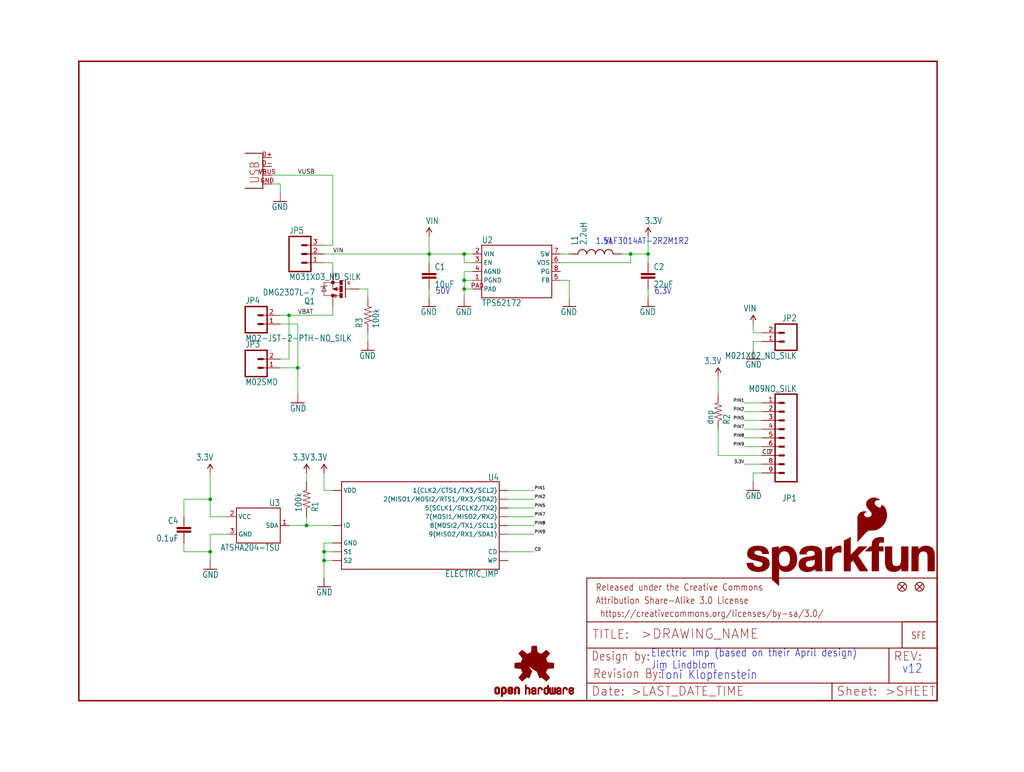
<source format=kicad_sch>
(kicad_sch (version 20211123) (generator eeschema)
  (paper "User" 297.002 223.926)
  (lib_symbols
    (symbol "eagleSchem-eagle-import:0.1UF-25V(+80{slash}-20%)(0603)"
      (property "Reference" "C" (at 1.524 2.921 0))
      (property "Value" "0.1UF-25V(+80{slash}-20%)(0603)" (at 1.524 -2.159 0))
      (symbol "0.1UF-25V(+80{slash}-20%)(0603)_1_0"
        (pin passive line (at 0 5.08 270) (length 2.54) (name "1") (number "1"))
        (pin passive line (at 0 -2.54 90) (length 2.54) (name "2") (number "2"))
      )
    )
    (symbol "eagleSchem-eagle-import:100KOHM1{slash}10W1%(0603)"
      (property "Reference" "R" (at -3.81 1.4986 0))
      (property "Value" "100KOHM1{slash}10W1%(0603)" (at -3.81 -3.302 0))
      (symbol "100KOHM1{slash}10W1%(0603)_1_0"
        (pin passive line (at -5.08 0 0) (length 2.54) (name "1") (number "1"))
        (pin passive line (at 5.08 0 180) (length 2.54) (name "2") (number "2"))
      )
    )
    (symbol "eagleSchem-eagle-import:10UF50V20%(1210)"
      (property "Reference" "C" (at 1.524 2.921 0))
      (property "Value" "10UF50V20%(1210)" (at 1.524 -2.159 0))
      (symbol "10UF50V20%(1210)_1_0"
        (pin passive line (at 0 5.08 270) (length 2.54) (name "1") (number "1"))
        (pin passive line (at 0 -2.54 90) (length 2.54) (name "2") (number "2"))
      )
    )
    (symbol "eagleSchem-eagle-import:22UF-6.3V-20%(0805)"
      (property "Reference" "C" (at 1.524 2.921 0))
      (property "Value" "22UF-6.3V-20%(0805)" (at 1.524 -2.159 0))
      (symbol "22UF-6.3V-20%(0805)_1_0"
        (pin passive line (at 0 5.08 270) (length 2.54) (name "1") (number "1"))
        (pin passive line (at 0 -2.54 90) (length 2.54) (name "2") (number "2"))
      )
    )
    (symbol "eagleSchem-eagle-import:3.3V" (power)
      (property "Value" "3.3V" (at -1.016 3.556 0))
      (symbol "3.3V_1_0"
        (pin power_in line (at 0 0 90) (length 2.54) (name "3.3V") (number "1"))
      )
    )
    (symbol "eagleSchem-eagle-import:ATSHA204-TSU"
      (property "Reference" "U" (at -7.62 5.588 0))
      (property "Value" "ATSHA204-TSU" (at -7.62 -7.366 0))
      (symbol "ATSHA204-TSU_1_0"
        (pin bidirectional line (at -10.16 0 0) (length 2.54) (name "SDA") (number "1"))
        (pin bidirectional line (at 7.62 2.54 180) (length 2.54) (name "VCC") (number "2"))
        (pin bidirectional line (at 7.62 -2.54 180) (length 2.54) (name "GND") (number "3"))
      )
    )
    (symbol "eagleSchem-eagle-import:ELECTRIC_IMP"
      (property "Reference" "U" (at -22.86 12.954 0))
      (property "Value" "ELECTRIC_IMP" (at -22.86 -14.986 0))
      (symbol "ELECTRIC_IMP_1_0"
        (pin bidirectional line (at -25.4 10.16 0) (length 2.54) (name "1(CLK2/CTS1/TX3/SCL2)") (number "1"))
        (pin bidirectional line (at -25.4 7.62 0) (length 2.54) (name "2(MISO1/MOSI2/RTS1/RX3/SDA2)") (number "2"))
        (pin bidirectional line (at 25.4 -5.08 180) (length 2.54) (name "GND") (number "3"))
        (pin bidirectional line (at 25.4 10.16 180) (length 2.54) (name "VDD") (number "4"))
        (pin bidirectional line (at -25.4 5.08 0) (length 2.54) (name "5(SCLK1/SCLK2/TX2)") (number "5"))
        (pin bidirectional line (at 25.4 0 180) (length 2.54) (name "ID") (number "6"))
        (pin bidirectional line (at -25.4 2.54 0) (length 2.54) (name "7(MOSI1/MISO2/RX2)") (number "7"))
        (pin bidirectional line (at -25.4 0 0) (length 2.54) (name "8(MOSI2/TX1/SCL1)") (number "8"))
        (pin bidirectional line (at -25.4 -2.54 0) (length 2.54) (name "9(MISO2/RX1/SDA1)") (number "9"))
        (pin bidirectional line (at -25.4 -7.62 0) (length 2.54) (name "CD") (number "CD"))
        (pin bidirectional line (at 25.4 -7.62 180) (length 2.54) (name "S1") (number "SH@1"))
        (pin bidirectional line (at 25.4 -10.16 180) (length 2.54) (name "S2") (number "SH@2"))
        (pin bidirectional line (at -25.4 -10.16 0) (length 2.54) (name "WP") (number "WP"))
      )
    )
    (symbol "eagleSchem-eagle-import:FIDUCIAL1X2")
    (symbol "eagleSchem-eagle-import:FRAME-LETTER"
      (symbol "FRAME-LETTER_2_0"
        (text " https://creativecommons.org/licenses/by-sa/3.0/" (at 2.54 24.13 0) (effects (font (size 1.9304 1.6408)) (justify left bottom)))
        (text ">DRAWING_NAME" (at 15.494 17.78 0) (effects (font (size 2.7432 2.7432)) (justify left bottom)))
        (text ">LAST_DATE_TIME" (at 12.7 1.27 0) (effects (font (size 2.54 2.54)) (justify left bottom)))
        (text ">SHEET" (at 86.36 1.27 0) (effects (font (size 2.54 2.54)) (justify left bottom)))
        (text "Attribution Share-Alike 3.0 License" (at 2.54 27.94 0) (effects (font (size 1.9304 1.6408)) (justify left bottom)))
        (text "Date:" (at 1.27 1.27 0) (effects (font (size 2.54 2.54)) (justify left bottom)))
        (text "Design by:" (at 1.27 11.43 0) (effects (font (size 2.54 2.159)) (justify left bottom)))
        (text "Released under the Creative Commons" (at 2.54 31.75 0) (effects (font (size 1.9304 1.6408)) (justify left bottom)))
        (text "REV:" (at 88.9 11.43 0) (effects (font (size 2.54 2.54)) (justify left bottom)))
        (text "Sheet:" (at 72.39 1.27 0) (effects (font (size 2.54 2.54)) (justify left bottom)))
        (text "TITLE:" (at 1.524 17.78 0) (effects (font (size 2.54 2.54)) (justify left bottom)))
      )
    )
    (symbol "eagleSchem-eagle-import:GND" (power)
      (property "Value" "GND" (at -2.54 -2.54 0))
      (symbol "GND_1_0"
        (pin power_in line (at 0 2.54 270) (length 2.54) (name "GND") (number "1"))
      )
    )
    (symbol "eagleSchem-eagle-import:INDUCTORVLF4012A"
      (property "Reference" "L" (at 2.54 5.08 0))
      (property "Value" "INDUCTORVLF4012A" (at 2.54 -5.08 0))
      (symbol "INDUCTORVLF4012A_1_0"
        (pin passive line (at 0 7.62 270) (length 2.54) (name "1") (number "P$1"))
        (pin passive line (at 0 -7.62 90) (length 2.54) (name "2") (number "P$2"))
      )
    )
    (symbol "eagleSchem-eagle-import:LOGO-SFESK"
      (symbol "LOGO-SFESK_1_0"
        (text "SFE" (at 0 0 0) (effects (font (size 1.9304 1.6408)) (justify left bottom)))
      )
    )
    (symbol "eagleSchem-eagle-import:M02-JST-2-PTH-NO_SILK"
      (property "Reference" "JP" (at -2.54 5.842 0))
      (property "Value" "M02-JST-2-PTH-NO_SILK" (at -2.54 -5.08 0))
      (symbol "M02-JST-2-PTH-NO_SILK_1_0"
        (pin passive line (at 7.62 0 180) (length 5.08) (name "1") (number "1"))
        (pin passive line (at 7.62 2.54 180) (length 5.08) (name "2") (number "2"))
      )
    )
    (symbol "eagleSchem-eagle-import:M021X02_NO_SILK"
      (property "Reference" "JP" (at -2.54 5.842 0))
      (property "Value" "M021X02_NO_SILK" (at -2.54 -5.08 0))
      (symbol "M021X02_NO_SILK_1_0"
        (pin passive line (at 7.62 0 180) (length 5.08) (name "1") (number "1"))
        (pin passive line (at 7.62 2.54 180) (length 5.08) (name "2") (number "2"))
      )
    )
    (symbol "eagleSchem-eagle-import:M02SMD"
      (property "Reference" "JP" (at -2.54 5.842 0))
      (property "Value" "M02SMD" (at -2.54 -5.08 0))
      (symbol "M02SMD_1_0"
        (pin passive line (at 7.62 0 180) (length 5.08) (name "1") (number "1"))
        (pin passive line (at 7.62 2.54 180) (length 5.08) (name "2") (number "2"))
      )
    )
    (symbol "eagleSchem-eagle-import:M031X03_NO_SILK"
      (property "Reference" "JP" (at -2.54 5.842 0))
      (property "Value" "M031X03_NO_SILK" (at -2.54 -7.62 0))
      (symbol "M031X03_NO_SILK_1_0"
        (pin passive line (at 7.62 -2.54 180) (length 5.08) (name "1") (number "1"))
        (pin passive line (at 7.62 0 180) (length 5.08) (name "2") (number "2"))
        (pin passive line (at 7.62 2.54 180) (length 5.08) (name "3") (number "3"))
      )
    )
    (symbol "eagleSchem-eagle-import:M09NO_SILK"
      (property "Reference" "JP" (at 0 16.51 0))
      (property "Value" "M09NO_SILK" (at 0 -15.24 0))
      (symbol "M09NO_SILK_1_0"
        (pin passive line (at 10.16 -10.16 180) (length 5.08) (name "1") (number "1"))
        (pin passive line (at 10.16 -7.62 180) (length 5.08) (name "2") (number "2"))
        (pin passive line (at 10.16 -5.08 180) (length 5.08) (name "3") (number "3"))
        (pin passive line (at 10.16 -2.54 180) (length 5.08) (name "4") (number "4"))
        (pin passive line (at 10.16 0 180) (length 5.08) (name "5") (number "5"))
        (pin passive line (at 10.16 2.54 180) (length 5.08) (name "6") (number "6"))
        (pin passive line (at 10.16 5.08 180) (length 5.08) (name "7") (number "7"))
        (pin passive line (at 10.16 7.62 180) (length 5.08) (name "8") (number "8"))
        (pin passive line (at 10.16 10.16 180) (length 5.08) (name "9") (number "9"))
      )
    )
    (symbol "eagleSchem-eagle-import:MOSFET-PCHANNELSMD"
      (property "Reference" "Q" (at 5.08 2.54 0))
      (property "Value" "MOSFET-PCHANNELSMD" (at 5.08 0 0))
      (symbol "MOSFET-PCHANNELSMD_1_0"
        (text "D" (at -1.27 2.54 0) (effects (font (size 0.8128 0.6908)) (justify left bottom)))
        (text "G" (at -5.08 -1.27 0) (effects (font (size 0.8128 0.6908)) (justify left bottom)))
        (text "S" (at -1.27 -3.556 0) (effects (font (size 0.8128 0.6908)) (justify left bottom)))
        (pin passive line (at -7.62 0 0) (length 2.54) (name "G") (number "1"))
        (pin passive line (at 0 -5.08 90) (length 2.54) (name "S") (number "2"))
        (pin passive line (at 0 5.08 270) (length 2.54) (name "D") (number "3"))
      )
    )
    (symbol "eagleSchem-eagle-import:OSHW-LOGOS")
    (symbol "eagleSchem-eagle-import:RESISTOR0603"
      (property "Reference" "R" (at -3.81 1.4986 0))
      (property "Value" "RESISTOR0603" (at -3.81 -3.302 0))
      (symbol "RESISTOR0603_1_0"
        (pin passive line (at -5.08 0 0) (length 2.54) (name "1") (number "1"))
        (pin passive line (at 5.08 0 180) (length 2.54) (name "2") (number "2"))
      )
    )
    (symbol "eagleSchem-eagle-import:REVISION"
      (symbol "REVISION_1_0"
        (text "Revision By: " (at 0 0 0) (effects (font (size 2.54 2.159)) (justify left bottom)))
      )
    )
    (symbol "eagleSchem-eagle-import:SFE_LOGO_NAME_FLAME.1_INCH")
    (symbol "eagleSchem-eagle-import:TPS62172"
      (property "Reference" "U" (at -10.16 8.128 0))
      (property "Value" "TPS62172" (at -10.16 -8.128 0))
      (symbol "TPS62172_1_0"
        (pin bidirectional line (at -12.7 -2.54 0) (length 2.54) (name "PGND") (number "1"))
        (pin bidirectional line (at -12.7 5.08 0) (length 2.54) (name "VIN") (number "2"))
        (pin bidirectional line (at -12.7 2.54 0) (length 2.54) (name "EN") (number "3"))
        (pin bidirectional line (at -12.7 0 0) (length 2.54) (name "AGND") (number "4"))
        (pin bidirectional line (at 12.7 -2.54 180) (length 2.54) (name "FB") (number "5"))
        (pin bidirectional line (at 12.7 2.54 180) (length 2.54) (name "VOS") (number "6"))
        (pin bidirectional line (at 12.7 5.08 180) (length 2.54) (name "SW") (number "7"))
        (pin bidirectional line (at 12.7 0 180) (length 2.54) (name "PG") (number "8"))
        (pin bidirectional line (at -12.7 -5.08 0) (length 2.54) (name "PAD") (number "PAD"))
      )
    )
    (symbol "eagleSchem-eagle-import:USBSMD"
      (symbol "USBSMD_1_0"
        (text "USB" (at 3.81 0 900) (effects (font (size 2.54 2.159)) (justify left bottom)))
        (pin bidirectional line (at -2.54 7.62 0) (length 2.54) (name "D+") (number "D+"))
        (pin bidirectional line (at -2.54 5.08 0) (length 2.54) (name "D-") (number "D-"))
        (pin bidirectional line (at -2.54 0 0) (length 2.54) (name "GND") (number "GND"))
        (pin bidirectional line (at -2.54 2.54 0) (length 2.54) (name "VBUS") (number "VBUS"))
      )
    )
    (symbol "eagleSchem-eagle-import:VIN" (power)
      (property "Value" "VIN" (at -1.016 3.556 0))
      (symbol "VIN_1_0"
        (pin power_in line (at 0 0 90) (length 2.54) (name "VIN") (number "1"))
      )
    )
  )
  (junction (at 83.82 91.44))
  (junction (at 182.88 73.66))
  (junction (at 187.96 73.66))
  (junction (at 134.62 81.28))
  (junction (at 88.9 152.4))
  (junction (at 134.62 73.66))
  (junction (at 93.98 160.02))
  (junction (at 60.96 144.78))
  (junction (at 60.96 160.02))
  (junction (at 134.62 83.82))
  (junction (at 124.46 73.66))
  (junction (at 93.98 162.56))
  (junction (at 86.36 106.68))
  (wire (pts (xy 147.32 160.02) (xy 154.94 160.02)))
  (wire (pts (xy 182.88 73.66) (xy 180.34 73.66)))
  (wire (pts (xy 96.52 160.02) (xy 93.98 160.02)))
  (wire (pts (xy 137.16 83.82) (xy 134.62 83.82)))
  (wire (pts (xy 137.16 78.74) (xy 134.62 78.74)))
  (wire (pts (xy 147.32 154.94) (xy 154.94 154.94)))
  (wire (pts (xy 96.52 91.44) (xy 96.52 88.9)))
  (wire (pts (xy 93.98 73.66) (xy 124.46 73.66)))
  (wire (pts (xy 124.46 86.36) (xy 124.46 83.82)))
  (wire (pts (xy 78.74 50.8) (xy 96.52 50.8)))
  (wire (pts (xy 53.34 160.02) (xy 60.96 160.02)))
  (wire (pts (xy 147.32 149.86) (xy 154.94 149.86)))
  (wire (pts (xy 137.16 73.66) (xy 134.62 73.66)))
  (wire (pts (xy 60.96 154.94) (xy 60.96 160.02)))
  (wire (pts (xy 220.98 96.52) (xy 218.44 96.52)))
  (wire (pts (xy 96.52 157.48) (xy 93.98 157.48)))
  (wire (pts (xy 96.52 78.74) (xy 96.52 76.2)))
  (wire (pts (xy 60.96 149.86) (xy 60.96 144.78)))
  (wire (pts (xy 134.62 78.74) (xy 134.62 81.28)))
  (wire (pts (xy 162.56 76.2) (xy 182.88 76.2)))
  (wire (pts (xy 187.96 86.36) (xy 187.96 83.82)))
  (wire (pts (xy 220.98 132.08) (xy 208.28 132.08)))
  (wire (pts (xy 187.96 76.2) (xy 187.96 73.66)))
  (wire (pts (xy 124.46 73.66) (xy 124.46 68.58)))
  (wire (pts (xy 137.16 76.2) (xy 134.62 76.2)))
  (wire (pts (xy 137.16 81.28) (xy 134.62 81.28)))
  (wire (pts (xy 93.98 157.48) (xy 93.98 160.02)))
  (wire (pts (xy 220.98 99.06) (xy 218.44 99.06)))
  (wire (pts (xy 187.96 73.66) (xy 187.96 68.58)))
  (wire (pts (xy 220.98 127) (xy 215.9 127)))
  (wire (pts (xy 83.82 104.14) (xy 83.82 91.44)))
  (wire (pts (xy 218.44 96.52) (xy 218.44 93.98)))
  (wire (pts (xy 88.9 137.16) (xy 88.9 139.7)))
  (wire (pts (xy 220.98 119.38) (xy 215.9 119.38)))
  (wire (pts (xy 220.98 137.16) (xy 218.44 137.16)))
  (wire (pts (xy 134.62 81.28) (xy 134.62 83.82)))
  (wire (pts (xy 81.28 53.34) (xy 81.28 55.88)))
  (wire (pts (xy 60.96 160.02) (xy 60.96 162.56)))
  (wire (pts (xy 182.88 73.66) (xy 187.96 73.66)))
  (wire (pts (xy 78.74 53.34) (xy 81.28 53.34)))
  (wire (pts (xy 218.44 99.06) (xy 218.44 101.6)))
  (wire (pts (xy 88.9 152.4) (xy 88.9 149.86)))
  (wire (pts (xy 96.52 50.8) (xy 96.52 71.12)))
  (wire (pts (xy 93.98 160.02) (xy 93.98 162.56)))
  (wire (pts (xy 96.52 162.56) (xy 93.98 162.56)))
  (wire (pts (xy 220.98 121.92) (xy 215.9 121.92)))
  (wire (pts (xy 53.34 144.78) (xy 60.96 144.78)))
  (wire (pts (xy 106.68 86.36) (xy 106.68 83.82)))
  (wire (pts (xy 182.88 76.2) (xy 182.88 73.66)))
  (wire (pts (xy 81.28 106.68) (xy 86.36 106.68)))
  (wire (pts (xy 134.62 73.66) (xy 124.46 73.66)))
  (wire (pts (xy 53.34 157.48) (xy 53.34 160.02)))
  (wire (pts (xy 81.28 91.44) (xy 83.82 91.44)))
  (wire (pts (xy 220.98 124.46) (xy 215.9 124.46)))
  (wire (pts (xy 134.62 76.2) (xy 134.62 73.66)))
  (wire (pts (xy 106.68 99.06) (xy 106.68 96.52)))
  (wire (pts (xy 134.62 83.82) (xy 134.62 86.36)))
  (wire (pts (xy 86.36 106.68) (xy 86.36 114.3)))
  (wire (pts (xy 220.98 134.62) (xy 215.9 134.62)))
  (wire (pts (xy 165.1 81.28) (xy 165.1 86.36)))
  (wire (pts (xy 147.32 144.78) (xy 154.94 144.78)))
  (wire (pts (xy 218.44 139.7) (xy 218.44 137.16)))
  (wire (pts (xy 96.52 76.2) (xy 93.98 76.2)))
  (wire (pts (xy 53.34 149.86) (xy 53.34 144.78)))
  (wire (pts (xy 165.1 81.28) (xy 162.56 81.28)))
  (wire (pts (xy 220.98 129.54) (xy 215.9 129.54)))
  (wire (pts (xy 208.28 109.22) (xy 208.28 114.3)))
  (wire (pts (xy 208.28 132.08) (xy 208.28 124.46)))
  (wire (pts (xy 96.52 71.12) (xy 93.98 71.12)))
  (wire (pts (xy 93.98 162.56) (xy 93.98 167.64)))
  (wire (pts (xy 162.56 73.66) (xy 165.1 73.66)))
  (wire (pts (xy 124.46 76.2) (xy 124.46 73.66)))
  (wire (pts (xy 60.96 144.78) (xy 60.96 137.16)))
  (wire (pts (xy 96.52 142.24) (xy 93.98 142.24)))
  (wire (pts (xy 93.98 142.24) (xy 93.98 137.16)))
  (wire (pts (xy 81.28 93.98) (xy 86.36 93.98)))
  (wire (pts (xy 147.32 142.24) (xy 154.94 142.24)))
  (wire (pts (xy 106.68 83.82) (xy 104.14 83.82)))
  (wire (pts (xy 81.28 104.14) (xy 83.82 104.14)))
  (wire (pts (xy 220.98 116.84) (xy 215.9 116.84)))
  (wire (pts (xy 86.36 93.98) (xy 86.36 106.68)))
  (wire (pts (xy 83.82 91.44) (xy 96.52 91.44)))
  (wire (pts (xy 66.04 149.86) (xy 60.96 149.86)))
  (wire (pts (xy 147.32 152.4) (xy 154.94 152.4)))
  (wire (pts (xy 147.32 147.32) (xy 154.94 147.32)))
  (wire (pts (xy 88.9 152.4) (xy 83.82 152.4)))
  (wire (pts (xy 66.04 154.94) (xy 60.96 154.94)))
  (wire (pts (xy 96.52 152.4) (xy 88.9 152.4)))
  (text "v12" (at 261.62 195.58 180) (effects (font (size 2.54 2.159)) (justify left bottom)))
  (text "6.3V" (at 189.738 85.598 180) (effects (font (size 1.778 1.5113)) (justify left bottom)))
  (text "Toni Klopfenstein" (at 191.262 197.358 180) (effects (font (size 2.54 2.159)) (justify left bottom)))
  (text "VLF3014AT-2R2M1R2" (at 175.26 71.12 180) (effects (font (size 1.778 1.5113)) (justify left bottom)))
  (text "50V" (at 126.238 85.598 180) (effects (font (size 1.778 1.5113)) (justify left bottom)))
  (text "1.5A" (at 172.72 71.12 180) (effects (font (size 1.778 1.5113)) (justify left bottom)))
  (text "Electric Imp (based on their April design)\nJim Lindblom" (at 188.722 194.31 0) (effects (font (size 2.1844 1.8567)) (justify left bottom)))
  (label "VUSB" (at 86.36 50.8 0) (effects (font (size 1.2446 1.2446))))
  (label "PIN5" (at 215.9 121.92 180) (effects (font (size 0.889 0.889))))
  (label "PIN7" (at 154.94 149.86 0) (effects (font (size 0.889 0.889))))
  (label "CD" (at 220.98 132.08 0) (effects (font (size 1.2446 1.2446))))
  (label "CD" (at 154.94 160.02 0) (effects (font (size 0.889 0.889))))
  (label "VIN" (at 96.52 73.66 0) (effects (font (size 1.2446 1.2446))))
  (label "PIN8" (at 154.94 152.4 0) (effects (font (size 0.889 0.889))))
  (label "PIN5" (at 154.94 147.32 0) (effects (font (size 0.889 0.889))))
  (label "PIN7" (at 215.9 124.46 180) (effects (font (size 0.889 0.889))))
  (label "PIN2" (at 215.9 119.38 180) (effects (font (size 0.889 0.889))))
  (label "PIN9" (at 215.9 129.54 180) (effects (font (size 0.889 0.889))))
  (label "PIN8" (at 215.9 127 180) (effects (font (size 0.889 0.889))))
  (label "3.3V" (at 215.9 134.62 180) (effects (font (size 0.889 0.889))))
  (label "VBAT" (at 86.36 91.44 0) (effects (font (size 1.2446 1.2446))))
  (label "PIN2" (at 154.94 144.78 0) (effects (font (size 0.889 0.889))))
  (label "PIN9" (at 154.94 154.94 0) (effects (font (size 0.889 0.889))))
  (label "PIN1" (at 215.9 116.84 180) (effects (font (size 0.889 0.889))))
  (label "PIN1" (at 154.94 142.24 0) (effects (font (size 0.889 0.889))))
  (symbol (lib_id "eagleSchem-eagle-import:GND") (at 60.96 165.1 0) (mirror y) (unit 1)
    (property "Reference" "#GND6" (effects hide))
    (property "Value" "GND" (at 63.5 167.64 0) (effects (font (size 1.778 1.5113)) (justify left bottom)))
    (property "Footprint" "eagleSchem:" (effects hide))
  )
  (symbol (lib_id "eagleSchem-eagle-import:OSHW-LOGOS") (at 154.94 193.04 0) (unit 1)
    (property "Reference" "U$5" (effects hide))
    (property "Value" "OSHW-LOGOS" (effects hide))
    (property "Footprint" "eagleSchem:OSHW-LOGO-S" (effects hide))
  )
  (symbol (lib_id "eagleSchem-eagle-import:GND") (at 218.44 104.14 0) (mirror y) (unit 1)
    (property "Reference" "#GND7" (effects hide))
    (property "Value" "GND" (at 220.98 106.68 0) (effects (font (size 1.778 1.5113)) (justify left bottom)))
    (property "Footprint" "eagleSchem:" (effects hide))
  )
  (symbol (lib_id "eagleSchem-eagle-import:FIDUCIAL1X2") (at 266.7 170.18 0) (unit 1)
    (property "Reference" "FID1" (effects hide))
    (property "Value" "FIDUCIAL1X2" (effects hide))
    (property "Footprint" "eagleSchem:FIDUCIAL-1X2" (effects hide))
  )
  (symbol (lib_id "eagleSchem-eagle-import:GND") (at 81.28 58.42 0) (unit 1)
    (property "Reference" "#GND9" (effects hide))
    (property "Value" "GND" (at 78.74 60.96 0) (effects (font (size 1.778 1.5113)) (justify left bottom)))
    (property "Footprint" "eagleSchem:" (effects hide))
  )
  (symbol (lib_id "eagleSchem-eagle-import:REVISION") (at 171.958 196.85 0) (unit 1)
    (property "Reference" "U$3" (effects hide))
    (property "Value" "REVISION" (effects hide))
    (property "Footprint" "eagleSchem:REVISION" (effects hide))
  )
  (symbol (lib_id "eagleSchem-eagle-import:GND") (at 106.68 101.6 0) (unit 1)
    (property "Reference" "#GND10" (effects hide))
    (property "Value" "GND" (at 104.14 104.14 0) (effects (font (size 1.778 1.5113)) (justify left bottom)))
    (property "Footprint" "eagleSchem:" (effects hide))
  )
  (symbol (lib_id "eagleSchem-eagle-import:USBSMD") (at 76.2 53.34 0) (mirror y) (unit 1)
    (property "Reference" "X1" (effects hide))
    (property "Value" "USBSMD" (effects hide))
    (property "Footprint" "eagleSchem:USB-MINIB" (effects hide))
  )
  (symbol (lib_id "eagleSchem-eagle-import:FRAME-LETTER") (at 170.18 203.2 0) (unit 2)
    (property "Reference" "FRAME1" (effects hide))
    (property "Value" "FRAME-LETTER" (effects hide))
    (property "Footprint" "eagleSchem:CREATIVE_COMMONS" (effects hide))
  )
  (symbol (lib_id "eagleSchem-eagle-import:M02SMD") (at 73.66 106.68 0) (unit 1)
    (property "Reference" "JP3" (at 71.12 100.838 0) (effects (font (size 1.778 1.5113)) (justify left bottom)))
    (property "Value" "M02SMD" (at 71.12 111.76 0) (effects (font (size 1.778 1.5113)) (justify left bottom)))
    (property "Footprint" "eagleSchem:1X02_SMD" (effects hide))
  )
  (symbol (lib_id "eagleSchem-eagle-import:0.1UF-25V(+80{slash}-20%)(0603)") (at 53.34 154.94 0) (mirror y) (unit 1)
    (property "Reference" "C4" (at 51.816 152.019 0) (effects (font (size 1.778 1.5113)) (justify left bottom)))
    (property "Value" "0.1uF" (at 51.816 157.099 0) (effects (font (size 1.778 1.5113)) (justify left bottom)))
    (property "Footprint" "eagleSchem:0603-CAP" (effects hide))
  )
  (symbol (lib_id "eagleSchem-eagle-import:M02-JST-2-PTH-NO_SILK") (at 73.66 93.98 0) (unit 1)
    (property "Reference" "JP4" (at 71.12 88.138 0) (effects (font (size 1.778 1.5113)) (justify left bottom)))
    (property "Value" "M02-JST-2-PTH-NO_SILK" (at 71.12 99.06 0) (effects (font (size 1.778 1.5113)) (justify left bottom)))
    (property "Footprint" "eagleSchem:JST-2-PTH-NS" (effects hide))
  )
  (symbol (lib_id "eagleSchem-eagle-import:GND") (at 93.98 170.18 0) (mirror y) (unit 1)
    (property "Reference" "#GND5" (effects hide))
    (property "Value" "GND" (at 96.52 172.72 0) (effects (font (size 1.778 1.5113)) (justify left bottom)))
    (property "Footprint" "eagleSchem:" (effects hide))
  )
  (symbol (lib_id "eagleSchem-eagle-import:M031X03_NO_SILK") (at 86.36 73.66 0) (unit 1)
    (property "Reference" "JP5" (at 83.82 67.818 0) (effects (font (size 1.778 1.5113)) (justify left bottom)))
    (property "Value" "M031X03_NO_SILK" (at 83.82 81.28 0) (effects (font (size 1.778 1.5113)) (justify left bottom)))
    (property "Footprint" "eagleSchem:1X03_NO_SILK" (effects hide))
  )
  (symbol (lib_id "eagleSchem-eagle-import:100KOHM1{slash}10W1%(0603)") (at 106.68 91.44 90) (unit 1)
    (property "Reference" "R3" (at 105.1814 95.25 0) (effects (font (size 1.778 1.5113)) (justify left bottom)))
    (property "Value" "100k" (at 109.982 95.25 0) (effects (font (size 1.778 1.5113)) (justify left bottom)))
    (property "Footprint" "eagleSchem:0603-RES" (effects hide))
  )
  (symbol (lib_id "eagleSchem-eagle-import:3.3V") (at 60.96 137.16 0) (mirror y) (unit 1)
    (property "Reference" "#P+4" (effects hide))
    (property "Value" "3.3V" (at 61.976 133.604 0) (effects (font (size 1.778 1.5113)) (justify left bottom)))
    (property "Footprint" "eagleSchem:" (effects hide))
  )
  (symbol (lib_id "eagleSchem-eagle-import:LOGO-SFESK") (at 264.16 185.42 0) (unit 1)
    (property "Reference" "JP6" (effects hide))
    (property "Value" "LOGO-SFESK" (effects hide))
    (property "Footprint" "eagleSchem:SFE-LOGO-FLAME" (effects hide))
  )
  (symbol (lib_id "eagleSchem-eagle-import:22UF-6.3V-20%(0805)") (at 187.96 81.28 0) (unit 1)
    (property "Reference" "C2" (at 189.484 78.359 0) (effects (font (size 1.778 1.5113)) (justify left bottom)))
    (property "Value" "22uF" (at 189.484 83.439 0) (effects (font (size 1.778 1.5113)) (justify left bottom)))
    (property "Footprint" "eagleSchem:0805" (effects hide))
  )
  (symbol (lib_id "eagleSchem-eagle-import:ELECTRIC_IMP") (at 121.92 152.4 0) (mirror y) (unit 1)
    (property "Reference" "U4" (at 144.78 139.446 0) (effects (font (size 1.778 1.5113)) (justify left bottom)))
    (property "Value" "ELECTRIC_IMP" (at 144.78 167.386 0) (effects (font (size 1.778 1.5113)) (justify left bottom)))
    (property "Footprint" "eagleSchem:SD_1_1" (effects hide))
  )
  (symbol (lib_id "eagleSchem-eagle-import:M09NO_SILK") (at 231.14 127 180) (unit 1)
    (property "Reference" "JP1" (at 231.14 143.51 0) (effects (font (size 1.778 1.5113)) (justify left bottom)))
    (property "Value" "M09NO_SILK" (at 231.14 111.76 0) (effects (font (size 1.778 1.5113)) (justify left bottom)))
    (property "Footprint" "eagleSchem:1X09_NO_SILK" (effects hide))
  )
  (symbol (lib_id "eagleSchem-eagle-import:VIN") (at 124.46 68.58 0) (unit 1)
    (property "Reference" "#U$1" (effects hide))
    (property "Value" "VIN" (at 123.444 65.024 0) (effects (font (size 1.778 1.5113)) (justify left bottom)))
    (property "Footprint" "eagleSchem:" (effects hide))
  )
  (symbol (lib_id "eagleSchem-eagle-import:3.3V") (at 88.9 137.16 0) (mirror y) (unit 1)
    (property "Reference" "#P+3" (effects hide))
    (property "Value" "3.3V" (at 89.916 133.604 0) (effects (font (size 1.778 1.5113)) (justify left bottom)))
    (property "Footprint" "eagleSchem:" (effects hide))
  )
  (symbol (lib_id "eagleSchem-eagle-import:VIN") (at 218.44 93.98 0) (mirror y) (unit 1)
    (property "Reference" "#U$2" (effects hide))
    (property "Value" "VIN" (at 219.456 90.424 0) (effects (font (size 1.778 1.5113)) (justify left bottom)))
    (property "Footprint" "eagleSchem:" (effects hide))
  )
  (symbol (lib_id "eagleSchem-eagle-import:3.3V") (at 93.98 137.16 0) (mirror y) (unit 1)
    (property "Reference" "#P+2" (effects hide))
    (property "Value" "3.3V" (at 94.996 133.604 0) (effects (font (size 1.778 1.5113)) (justify left bottom)))
    (property "Footprint" "eagleSchem:" (effects hide))
  )
  (symbol (lib_id "eagleSchem-eagle-import:GND") (at 218.44 142.24 0) (mirror y) (unit 1)
    (property "Reference" "#GND8" (effects hide))
    (property "Value" "GND" (at 220.98 144.78 0) (effects (font (size 1.778 1.5113)) (justify left bottom)))
    (property "Footprint" "eagleSchem:" (effects hide))
  )
  (symbol (lib_id "eagleSchem-eagle-import:MOSFET-PCHANNELSMD") (at 96.52 83.82 180) (unit 1)
    (property "Reference" "Q1" (at 91.44 86.36 0) (effects (font (size 1.778 1.5113)) (justify left bottom)))
    (property "Value" "DMG2307L-7" (at 91.44 83.82 0) (effects (font (size 1.778 1.5113)) (justify left bottom)))
    (property "Footprint" "eagleSchem:SOT23-3" (effects hide))
  )
  (symbol (lib_id "eagleSchem-eagle-import:GND") (at 134.62 88.9 0) (unit 1)
    (property "Reference" "#GND1" (effects hide))
    (property "Value" "GND" (at 132.08 91.44 0) (effects (font (size 1.778 1.5113)) (justify left bottom)))
    (property "Footprint" "eagleSchem:" (effects hide))
  )
  (symbol (lib_id "eagleSchem-eagle-import:TPS62172") (at 149.86 78.74 0) (unit 1)
    (property "Reference" "U2" (at 139.7 70.612 0) (effects (font (size 1.778 1.5113)) (justify left bottom)))
    (property "Value" "TPS62172" (at 139.7 86.868 0) (effects (font (size 1.778 1.5113)) (justify left top)))
    (property "Footprint" "eagleSchem:WSON-8-PAD" (effects hide))
  )
  (symbol (lib_id "eagleSchem-eagle-import:SFE_LOGO_NAME_FLAME.1_INCH") (at 215.9 170.18 0) (unit 1)
    (property "Reference" "JP7" (effects hide))
    (property "Value" "SFE_LOGO_NAME_FLAME.1_INCH" (effects hide))
    (property "Footprint" "eagleSchem:SFE_LOGO_NAME_FLAME_.1" (effects hide))
  )
  (symbol (lib_id "eagleSchem-eagle-import:GND") (at 124.46 88.9 0) (unit 1)
    (property "Reference" "#GND2" (effects hide))
    (property "Value" "GND" (at 121.92 91.44 0) (effects (font (size 1.778 1.5113)) (justify left bottom)))
    (property "Footprint" "eagleSchem:" (effects hide))
  )
  (symbol (lib_id "eagleSchem-eagle-import:INDUCTORVLF4012A") (at 172.72 73.66 90) (unit 1)
    (property "Reference" "L1" (at 167.64 71.12 0) (effects (font (size 1.778 1.5113)) (justify left bottom)))
    (property "Value" "2.2uH" (at 170.18 71.12 0) (effects (font (size 1.778 1.5113)) (justify left bottom)))
    (property "Footprint" "eagleSchem:VLF4012A" (effects hide))
  )
  (symbol (lib_id "eagleSchem-eagle-import:FIDUCIAL1X2") (at 261.62 170.18 0) (unit 1)
    (property "Reference" "FID2" (effects hide))
    (property "Value" "FIDUCIAL1X2" (effects hide))
    (property "Footprint" "eagleSchem:FIDUCIAL-1X2" (effects hide))
  )
  (symbol (lib_id "eagleSchem-eagle-import:GND") (at 86.36 116.84 0) (mirror y) (unit 1)
    (property "Reference" "#GND11" (effects hide))
    (property "Value" "GND" (at 88.9 119.38 0) (effects (font (size 1.778 1.5113)) (justify left bottom)))
    (property "Footprint" "eagleSchem:" (effects hide))
  )
  (symbol (lib_id "eagleSchem-eagle-import:RESISTOR0603") (at 208.28 119.38 270) (mirror x) (unit 1)
    (property "Reference" "R2" (at 209.7786 123.19 0) (effects (font (size 1.778 1.5113)) (justify left bottom)))
    (property "Value" "dnp" (at 204.978 123.19 0) (effects (font (size 1.778 1.5113)) (justify left bottom)))
    (property "Footprint" "eagleSchem:0603-RES" (effects hide))
  )
  (symbol (lib_id "eagleSchem-eagle-import:10UF50V20%(1210)") (at 124.46 81.28 0) (unit 1)
    (property "Reference" "C1" (at 125.984 78.359 0) (effects (font (size 1.778 1.5113)) (justify left bottom)))
    (property "Value" "10uF" (at 125.984 83.439 0) (effects (font (size 1.778 1.5113)) (justify left bottom)))
    (property "Footprint" "eagleSchem:1210" (effects hide))
  )
  (symbol (lib_id "eagleSchem-eagle-import:GND") (at 165.1 88.9 0) (unit 1)
    (property "Reference" "#GND3" (effects hide))
    (property "Value" "GND" (at 162.56 91.44 0) (effects (font (size 1.778 1.5113)) (justify left bottom)))
    (property "Footprint" "eagleSchem:" (effects hide))
  )
  (symbol (lib_id "eagleSchem-eagle-import:ATSHA204-TSU") (at 73.66 152.4 0) (mirror y) (unit 1)
    (property "Reference" "U3" (at 81.28 146.812 0) (effects (font (size 1.778 1.5113)) (justify left bottom)))
    (property "Value" "ATSHA204-TSU" (at 81.28 159.766 0) (effects (font (size 1.778 1.5113)) (justify left bottom)))
    (property "Footprint" "eagleSchem:SOT23-3" (effects hide))
  )
  (symbol (lib_id "eagleSchem-eagle-import:3.3V") (at 187.96 68.58 0) (unit 1)
    (property "Reference" "#P+1" (effects hide))
    (property "Value" "3.3V" (at 186.944 65.024 0) (effects (font (size 1.778 1.5113)) (justify left bottom)))
    (property "Footprint" "eagleSchem:" (effects hide))
  )
  (symbol (lib_id "eagleSchem-eagle-import:M021X02_NO_SILK") (at 228.6 99.06 0) (mirror y) (unit 1)
    (property "Reference" "JP2" (at 231.14 93.218 0) (effects (font (size 1.778 1.5113)) (justify left bottom)))
    (property "Value" "M021X02_NO_SILK" (at 231.14 104.14 0) (effects (font (size 1.778 1.5113)) (justify left bottom)))
    (property "Footprint" "eagleSchem:1X02_NO_SILK" (effects hide))
  )
  (symbol (lib_id "eagleSchem-eagle-import:3.3V") (at 208.28 109.22 0) (mirror y) (unit 1)
    (property "Reference" "#P+5" (effects hide))
    (property "Value" "3.3V" (at 209.296 105.664 0) (effects (font (size 1.778 1.5113)) (justify left bottom)))
    (property "Footprint" "eagleSchem:" (effects hide))
  )
  (symbol (lib_id "eagleSchem-eagle-import:FRAME-LETTER") (at 22.86 203.2 0) (unit 1)
    (property "Reference" "FRAME1" (effects hide))
    (property "Value" "FRAME-LETTER" (effects hide))
    (property "Footprint" "eagleSchem:CREATIVE_COMMONS" (effects hide))
  )
  (symbol (lib_id "eagleSchem-eagle-import:GND") (at 187.96 88.9 0) (unit 1)
    (property "Reference" "#GND4" (effects hide))
    (property "Value" "GND" (at 185.42 91.44 0) (effects (font (size 1.778 1.5113)) (justify left bottom)))
    (property "Footprint" "eagleSchem:" (effects hide))
  )
  (symbol (lib_id "eagleSchem-eagle-import:100KOHM1{slash}10W1%(0603)") (at 88.9 144.78 270) (mirror x) (unit 1)
    (property "Reference" "R1" (at 90.3986 148.59 0) (effects (font (size 1.778 1.5113)) (justify left bottom)))
    (property "Value" "100k" (at 85.598 148.59 0) (effects (font (size 1.778 1.5113)) (justify left bottom)))
    (property "Footprint" "eagleSchem:0603-RES" (effects hide))
  )
)
</source>
